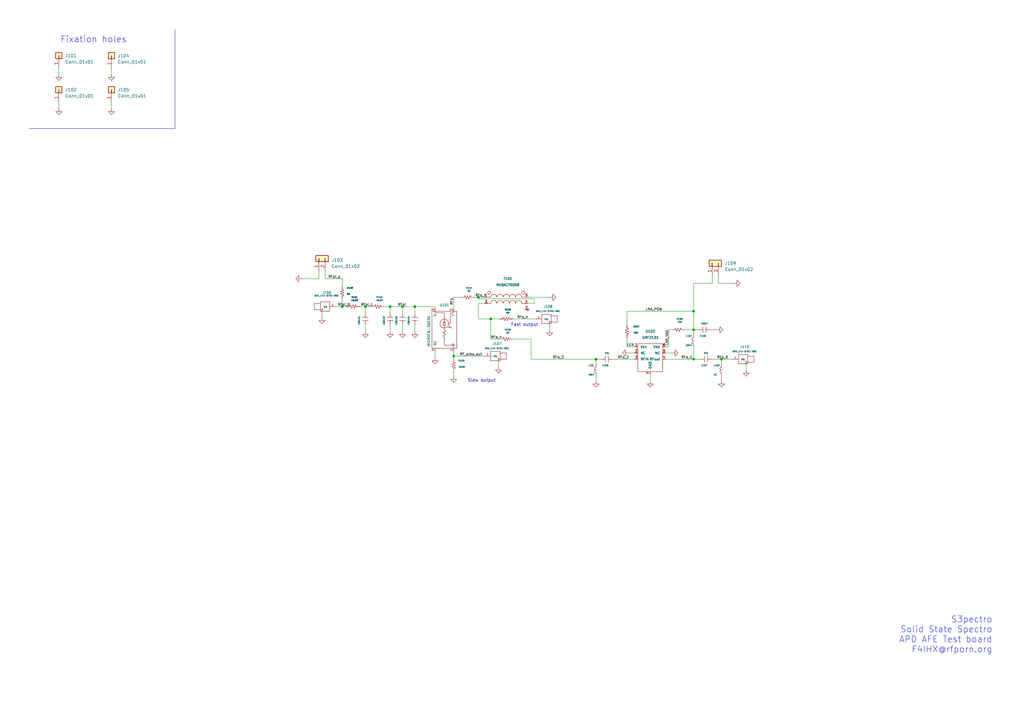
<source format=kicad_sch>
(kicad_sch (version 20230121) (generator eeschema)
  (paper "A3")
  (title_block (title "Solid State Spectrometer APD AFE") (date "2020-04-16") (rev "0.1"))
  (lib_symbols
    (symbol "AFE_Project-rescue:CAP_0402-passives" (pin_numbers hide) (pin_names (offset 0) hide)
      (property "Reference" "C" (at 0 -2.54 0))
      (property "Value" "passives_CAP_0402" (at 0 1.905 0))
      (symbol "CAP_0402-passives_0_1"
        (polyline (pts (xy -1.27 0) (xy -0.635 0)))
        (polyline (pts (xy -0.635 -1.27) (xy -0.635 1.27)))
        (polyline (pts (xy 0.635 -1.27) (xy 0.635 -0.635)))
        (polyline (pts (xy 0.635 0.635) (xy 0.635 -0.635)))
        (polyline (pts (xy 0.635 1.27) (xy 0.635 0.635)))
        (polyline (pts (xy 1.27 0) (xy 0.635 0)))
      )
      (symbol "CAP_0402-passives_1_1"
        (pin passive line (at -2.54 0 0) (length 1.27) (name "~") (number "1"))
        (pin passive line (at 2.54 0 180) (length 1.27) (name "~") (number "2"))
      )
    )
    (symbol "AFE_Project-rescue:GRF2133-GRF2133" (pin_names (offset 1.016))
      (property "Reference" "U" (at 0 5.08 0))
      (property "Value" "GRF2133_GRF2133" (at 0 6.35 0))
      (symbol "GRF2133-GRF2133_0_1"
        (rectangle (start -5.08 3.81) (end 5.08 -7.62))
      )
      (symbol "GRF2133-GRF2133_1_1"
        (pin input line (at -6.35 2.54 0) (length 1.27) (name "Ven") (number "1"))
        (pin input line (at -6.35 0 0) (length 1.27) (name "NC") (number "2"))
        (pin input line (at -6.35 -2.54 0) (length 1.27) (name "RFIN") (number "3"))
        (pin output line (at 6.35 -2.54 180) (length 1.27) (name "RFout") (number "4"))
        (pin input line (at 6.35 0 180) (length 1.27) (name "NC") (number "5"))
        (pin power_in line (at 6.35 2.54 180) (length 1.27) (name "Vdd") (number "6"))
        (pin power_in line (at 0 -8.89 90) (length 1.27) (name "GND") (number "7"))
      )
    )
    (symbol "AFE_Project-rescue:IND_0402-passives" (pin_numbers hide) (pin_names (offset 0) hide)
      (property "Reference" "L" (at 0 -2.54 0))
      (property "Value" "passives_IND_0402" (at 0 1.27 0))
      (symbol "IND_0402-passives_0_1"
        (arc (start 0 0) (mid -0.635 0.6323) (end -1.27 0))
        (arc (start 1.27 0) (mid 0.635 0.6323) (end 0 0))
      )
      (symbol "IND_0402-passives_1_1"
        (pin passive line (at -2.54 0 0) (length 1.27) (name "~") (number "1"))
        (pin passive line (at 2.54 0 180) (length 1.27) (name "~") (number "2"))
      )
    )
    (symbol "AFE_Project-rescue:MABACT0059-MABACT0059" (pin_names (offset 1.016))
      (property "Reference" "T" (at 0 3.81 0))
      (property "Value" "MABACT0059_MABACT0059" (at 0 5.08 0))
      (symbol "MABACT0059-MABACT0059_0_1"
        (circle (center -6.985 1.905) (radius 0.635))
        (arc (start -3.81 0) (mid -5.08 1.2645) (end -6.35 0))
        (arc (start -1.27 0) (mid -2.54 1.2645) (end -3.81 0))
        (polyline (pts (xy -7.62 -2.54) (xy -6.35 -2.54)))
        (polyline (pts (xy -7.62 0) (xy -6.35 0)))
        (polyline (pts (xy 6.35 -2.54) (xy 7.62 -2.54)))
        (polyline (pts (xy 7.62 0) (xy 6.35 0)))
        (arc (start 1.27 0) (mid 0 1.2645) (end -1.27 0))
        (arc (start 3.81 0) (mid 2.54 1.2645) (end 1.27 0))
        (arc (start 6.35 0) (mid 5.08 1.2645) (end 3.81 0))
        (circle (center 6.985 1.905) (radius 0.635))
      )
      (symbol "MABACT0059-MABACT0059_1_1"
        (arc (start -3.81 -2.54) (mid -5.08 -1.2755) (end -6.35 -2.54))
        (arc (start -1.27 -2.54) (mid -2.54 -1.2755) (end -3.81 -2.54))
        (arc (start 1.27 -2.54) (mid 0 -1.2755) (end -1.27 -2.54))
        (arc (start 3.81 -2.54) (mid 2.54 -1.2755) (end 1.27 -2.54))
        (arc (start 6.35 -2.54) (mid 5.08 -1.2755) (end 3.81 -2.54))
        (pin passive line (at -8.89 0 0) (length 1.27) (name "~") (number "1"))
        (pin no_connect line (at 8.89 -5.08 180) (length 1.27) (name "~") (number "2"))
        (pin passive line (at -8.89 -2.54 0) (length 1.27) (name "~") (number "3"))
        (pin passive line (at 8.89 -2.54 180) (length 1.27) (name "~") (number "4"))
        (pin passive line (at 8.89 0 180) (length 1.27) (name "~") (number "5"))
      )
    )
    (symbol "AFE_Project-rescue:MICROFB-30035-SiPM" (pin_names (offset 1.016))
      (property "Reference" "U" (at 0 6.35 0))
      (property "Value" "SiPM_MICROFB-30035" (at 0 7.62 0))
      (symbol "MICROFB-30035-SiPM_0_1"
        (rectangle (start -8.255 5.08) (end 6.985 -5.08))
        (circle (center -3.175 0) (radius 1.8034))
        (polyline (pts (xy -3.81 0.635) (xy -3.81 -0.635)))
        (polyline (pts (xy -1.905 1.905) (xy -1.905 2.54)))
        (polyline (pts (xy -1.27 3.175) (xy -1.905 1.905) (xy -1.27 1.905)))
        (polyline (pts (xy -8.255 -3.81) (xy -7.62 -3.81) (xy -7.62 0) (xy -3.81 0)))
        (polyline (pts (xy -3.81 0) (xy -2.54 0.635) (xy -2.54 -0.635) (xy -3.81 0)))
        (polyline (pts (xy -8.255 3.81) (xy -7.62 3.81) (xy -7.62 2.54) (xy -3.175 2.54) (xy -3.175 1.905)))
        (polyline (pts (xy -2.54 0) (xy -0.635 0) (xy 0 0.635) (xy 0.635 -0.635) (xy 1.27 0.635) (xy 1.905 -0.635) (xy 2.54 0) (xy 5.715 0) (xy 5.715 3.81) (xy 6.985 3.81)))
      )
      (symbol "MICROFB-30035-SiPM_1_1"
        (pin passive line (at 8.255 3.81 180) (length 1.27) (name "P") (number "1"))
        (pin passive line (at -9.525 3.81 0) (length 1.27) (name "F") (number "2"))
        (pin passive line (at -9.525 -3.81 0) (length 1.27) (name "N") (number "3"))
        (pin passive line (at 8.255 -3.81 180) (length 1.27) (name "NC") (number "4"))
      )
    )
    (symbol "AFE_Project-rescue:RES_0402-passives" (pin_numbers hide) (pin_names (offset 0) hide)
      (property "Reference" "R" (at 0 -2.54 0))
      (property "Value" "passives_RES_0402" (at 0 1.27 0))
      (symbol "RES_0402-passives_0_1"
        (polyline (pts (xy -1.27 0) (xy -1.016 0.762) (xy -0.508 -0.762) (xy 0 0.762) (xy 0.508 -0.762) (xy 1.016 0.762) (xy 1.27 0)))
      )
      (symbol "RES_0402-passives_1_1"
        (pin passive line (at -2.54 0 0) (length 1.27) (name "1") (number "1"))
        (pin passive line (at 2.54 0 180) (length 1.27) (name "2") (number "2"))
      )
    )
    (symbol "AFE_Project-rescue:SMA_142-0701-801-CINCH" (pin_names (offset 1.016))
      (property "Reference" "J" (at 0 5.08 0))
      (property "Value" "CINCH_SMA_142-0701-801" (at -0.635 2.54 0))
      (symbol "SMA_142-0701-801-CINCH_0_1"
        (rectangle (start -5.08 -1.27) (end -2.54 -1.27))
        (rectangle (start -5.08 1.27) (end -5.08 -1.27))
        (rectangle (start -2.54 -1.905) (end 1.27 -1.905))
        (rectangle (start -2.54 1.27) (end -5.08 1.27))
        (rectangle (start -2.54 1.905) (end -2.54 -1.905))
        (rectangle (start -2.54 1.905) (end 1.27 1.905))
        (rectangle (start 1.27 -1.905) (end 1.27 1.905))
      )
      (symbol "SMA_142-0701-801-CINCH_1_1"
        (pin passive line (at 3.81 0 180) (length 2.54) (name "sig") (number "1"))
        (pin power_in line (at -1.905 -1.905 0) (length 0) (name "~") (number "2"))
      )
    )
    (symbol "Connector_Generic:Conn_01x01" (pin_names (offset 1.016) hide)
      (property "Reference" "J" (at 0 2.54 0))
      (property "Value" "Conn_01x01" (at 0 -2.54 0))
      (symbol "Conn_01x01_1_1"
        (rectangle (start -1.27 0.127) (end 0 -0.127) (stroke (width 0.1524)))
        (rectangle (start -1.27 1.27) (end 1.27 -1.27) (stroke (width 0.254)) (fill (type background)))
        (pin passive line (at -5.08 0 0) (length 3.81) (name "Pin_1") (number "1"))
      )
    )
    (symbol "Connector_Generic:Conn_01x02" (pin_names (offset 1.016) hide)
      (property "Reference" "J" (at 0 2.54 0))
      (property "Value" "Conn_01x02" (at 0 -5.08 0))
      (symbol "Conn_01x02_1_1"
        (rectangle (start -1.27 -2.413) (end 0 -2.667) (stroke (width 0.1524)))
        (rectangle (start -1.27 0.127) (end 0 -0.127) (stroke (width 0.1524)))
        (rectangle (start -1.27 1.27) (end 1.27 -3.81) (stroke (width 0.254)) (fill (type background)))
        (pin passive line (at -5.08 0 0) (length 3.81) (name "Pin_1") (number "1"))
        (pin passive line (at -5.08 -2.54 0) (length 3.81) (name "Pin_2") (number "2"))
      )
    )
    (symbol "power:GND" (power) (pin_names (offset 0))
      (property "Value" "GND" (at 0 -3.81 0))
      (symbol "GND_0_1"
        (polyline (pts (xy 0 0) (xy 0 -1.27) (xy 1.27 -1.27) (xy 0 -2.54) (xy -1.27 -1.27) (xy 0 -1.27)))
      )
      (symbol "GND_1_1"
        (pin power_in line (at 0 0 270) (length 0) hide (name "GND") (number "1"))
      )
    )
  )
  (junction (at 160.02 125.73))
  (junction (at 201.295 130.81))
  (junction (at 170.18 125.73))
  (junction (at 284.48 147.32))
  (junction (at 165.1 125.73))
  (junction (at 284.48 135.255))
  (junction (at 244.475 147.32))
  (junction (at 196.215 121.92))
  (junction (at 140.335 125.73))
  (junction (at 149.86 125.73))
  (junction (at 295.91 147.32))
  (junction (at 284.48 127.635))
  (junction (at 186.055 146.05))
  (wire (pts (xy 219.075 124.46) (xy 219.075 122.555)))
  (wire (pts (xy 149.86 133.35) (xy 149.86 135.89)))
  (wire (pts (xy 160.02 133.35) (xy 160.02 135.89)))
  (polyline (pts (xy 71.755 52.705) (xy 71.755 12.065)))
  (wire (pts (xy 204.47 147.955) (xy 204.47 150.495)))
  (wire (pts (xy 186.055 126.365) (xy 186.055 121.92)))
  (wire (pts (xy 165.1 128.27) (xy 165.1 125.73)))
  (wire (pts (xy 147.32 125.73) (xy 149.86 125.73)))
  (wire (pts (xy 178.435 125.73) (xy 178.435 126.365)))
  (wire (pts (xy 273.05 142.24) (xy 274.32 142.24)))
  (wire (pts (xy 251.46 147.32) (xy 260.35 147.32)))
  (wire (pts (xy 306.07 149.225) (xy 306.07 151.765)))
  (wire (pts (xy 284.48 127.635) (xy 284.48 135.255)))
  (wire (pts (xy 295.91 156.21) (xy 295.91 154.305)))
  (wire (pts (xy 291.465 135.255) (xy 294.005 135.255)))
  (wire (pts (xy 257.81 144.78) (xy 260.35 144.78)))
  (wire (pts (xy 295.91 147.32) (xy 295.91 149.225)))
  (wire (pts (xy 292.1 116.205) (xy 292.1 113.03)))
  (wire (pts (xy 196.215 121.92) (xy 198.755 121.92)))
  (wire (pts (xy 217.805 147.32) (xy 244.475 147.32)))
  (wire (pts (xy 194.31 121.92) (xy 196.215 121.92)))
  (wire (pts (xy 257.175 138.43) (xy 257.175 142.24)))
  (wire (pts (xy 273.05 147.32) (xy 284.48 147.32)))
  (wire (pts (xy 45.72 41.91) (xy 45.72 44.45)))
  (wire (pts (xy 294.64 116.205) (xy 294.64 113.03)))
  (wire (pts (xy 257.175 133.35) (xy 257.175 127.635)))
  (wire (pts (xy 287.02 147.32) (xy 284.48 147.32)))
  (wire (pts (xy 170.18 128.27) (xy 170.18 125.73)))
  (wire (pts (xy 186.055 144.145) (xy 186.055 146.05)))
  (wire (pts (xy 210.185 130.81) (xy 219.71 130.81)))
  (wire (pts (xy 210.185 139.065) (xy 217.805 139.065)))
  (wire (pts (xy 196.215 122.555) (xy 196.215 121.92)))
  (wire (pts (xy 186.055 146.05) (xy 186.055 147.32)))
  (wire (pts (xy 186.055 152.4) (xy 186.055 154.305)))
  (wire (pts (xy 292.1 147.32) (xy 295.91 147.32)))
  (wire (pts (xy 201.295 139.065) (xy 201.295 130.81)))
  (wire (pts (xy 186.055 146.05) (xy 198.755 146.05)))
  (wire (pts (xy 140.335 125.73) (xy 142.24 125.73)))
  (wire (pts (xy 170.18 133.35) (xy 170.18 135.89)))
  (wire (pts (xy 140.335 114.3) (xy 140.335 117.475)))
  (wire (pts (xy 198.755 124.46) (xy 196.215 124.46)))
  (wire (pts (xy 284.48 116.205) (xy 284.48 127.635)))
  (wire (pts (xy 132.08 127.635) (xy 132.08 130.175)))
  (wire (pts (xy 149.86 128.27) (xy 149.86 125.73)))
  (wire (pts (xy 284.48 116.205) (xy 292.1 116.205)))
  (polyline (pts (xy 12.065 52.705) (xy 71.755 52.705)))
  (wire (pts (xy 123.825 114.3) (xy 130.81 114.3)))
  (wire (pts (xy 157.48 125.73) (xy 160.02 125.73)))
  (wire (pts (xy 284.48 135.255) (xy 286.385 135.255)))
  (wire (pts (xy 196.215 130.81) (xy 201.295 130.81)))
  (wire (pts (xy 149.86 125.73) (xy 152.4 125.73)))
  (wire (pts (xy 24.13 27.94) (xy 24.13 30.48)))
  (wire (pts (xy 274.32 142.24) (xy 274.32 135.255)))
  (wire (pts (xy 266.7 156.21) (xy 266.7 153.67)))
  (wire (pts (xy 284.48 135.255) (xy 284.48 137.16)))
  (wire (pts (xy 170.18 125.73) (xy 165.1 125.73)))
  (wire (pts (xy 225.425 132.715) (xy 225.425 135.255)))
  (wire (pts (xy 170.18 125.73) (xy 178.435 125.73)))
  (wire (pts (xy 165.1 125.73) (xy 160.02 125.73)))
  (wire (pts (xy 300.355 147.32) (xy 295.91 147.32)))
  (wire (pts (xy 275.59 144.78) (xy 273.05 144.78)))
  (wire (pts (xy 274.32 135.255) (xy 275.59 135.255)))
  (wire (pts (xy 130.81 114.3) (xy 130.81 111.125)))
  (wire (pts (xy 137.795 125.73) (xy 140.335 125.73)))
  (wire (pts (xy 160.02 128.27) (xy 160.02 125.73)))
  (wire (pts (xy 257.175 142.24) (xy 260.35 142.24)))
  (wire (pts (xy 140.335 122.555) (xy 140.335 125.73)))
  (wire (pts (xy 24.13 41.91) (xy 24.13 44.45)))
  (wire (pts (xy 165.1 133.35) (xy 165.1 135.89)))
  (wire (pts (xy 216.535 121.92) (xy 225.425 121.92)))
  (wire (pts (xy 284.48 147.32) (xy 284.48 142.24)))
  (wire (pts (xy 216.535 124.46) (xy 219.075 124.46)))
  (wire (pts (xy 244.475 156.21) (xy 244.475 154.305)))
  (wire (pts (xy 294.64 116.205) (xy 300.99 116.205)))
  (wire (pts (xy 196.215 124.46) (xy 196.215 130.81)))
  (wire (pts (xy 45.72 27.94) (xy 45.72 30.48)))
  (wire (pts (xy 280.67 135.255) (xy 284.48 135.255)))
  (wire (pts (xy 178.435 144.145) (xy 178.435 146.685)))
  (wire (pts (xy 205.105 139.065) (xy 201.295 139.065)))
  (wire (pts (xy 257.175 127.635) (xy 284.48 127.635)))
  (wire (pts (xy 217.805 139.065) (xy 217.805 147.32)))
  (wire (pts (xy 244.475 149.225) (xy 244.475 147.32)))
  (wire (pts (xy 186.055 121.92) (xy 189.23 121.92)))
  (wire (pts (xy 244.475 147.32) (xy 246.38 147.32)))
  (wire (pts (xy 133.35 114.3) (xy 133.35 111.125)))
  (wire (pts (xy 201.295 130.81) (xy 205.105 130.81)))
  (wire (pts (xy 133.35 114.3) (xy 140.335 114.3)))
  (wire (pts (xy 219.075 122.555) (xy 196.215 122.555)))
  (text "Fast output" (at 209.55 133.985 0) (effects (font (size 1.27 1.27)) (justify left bottom)))
  (text "Fixation holes" (at 24.765 17.78 0) (effects (font (size 2.54 2.54)) (justify left bottom)))
  (text "Slow output" (at 191.77 156.845 0) (effects (font (size 1.27 1.27)) (justify left bottom)))
  (text "S3pectro\nSolid State Spectro\nAPD AFE Test board\nF4IHX@rfporn.org" (at 407.035 267.97 0) (effects (font (size 2.54 2.54)) (justify right bottom)))
  (label "RF_slow_out" (at 188.595 146.05 0) (effects (font (size 0.9906 0.9906))))
  (label "LNA_Vdd" (at 274.32 141.605 90) (effects (font (size 0.9906 0.9906))))
  (label "RFo_t" (at 194.945 121.92 0) (effects (font (size 0.9906 0.9906))))
  (label "LNA_POW" (at 264.795 127.635 0) (effects (font (size 0.9906 0.9906))))
  (label "RFpi_1" (at 147.955 125.73 0) (effects (font (size 0.9906 0.9906))))
  (label "RFo_0" (at 294.005 147.32 0) (effects (font (size 0.9906 0.9906))))
  (label "RFo_2" (at 253.365 147.32 0) (effects (font (size 0.9906 0.9906))))
  (label "LEN" (at 257.175 142.24 0) (effects (font (size 0.9906 0.9906))))
  (label "RFpi_p" (at 134.62 114.3 0) (effects (font (size 0.9906 0.9906))))
  (label "RFo_4" (at 201.295 139.065 0) (effects (font (size 0.9906 0.9906))))
  (label "RFo_3" (at 226.695 147.32 0) (effects (font (size 0.9906 0.9906))))
  (label "RFo_1" (at 279.4 147.32 0) (effects (font (size 0.9906 0.9906))))
  (label "RFpi_0" (at 138.43 125.73 0) (effects (font (size 0.9906 0.9906))))
  (label "RFo" (at 186.055 125.095 90) (effects (font (size 0.9906 0.9906))))
  (label "RFo_n" (at 212.09 130.81 0) (effects (font (size 0.9906 0.9906))))
  (label "RFpi" (at 163.195 125.73 0) (effects (font (size 0.9906 0.9906))))
  (symbol (lib_id "AFE_Project-rescue:MICROFB-30035-SiPM") (at 182.245 135.89 270) (unit 1)
    (property "Reference" "U101" (at 182.245 125.095 90) (effects (font (size 0.9906 0.9906))))
    (property "Value" "MICROFB-30035" (at 175.895 135.89 0) (effects (font (size 0.9906 0.9906))))
    (property "Footprint" "Opto:MicroFC-30035-SMT" (effects hide))
  )
  (symbol (lib_id "AFE_Project-rescue:CAP_0402-passives") (at 170.18 130.81 90) (unit 1)
    (property "Reference" "C104" (at 167.64 129.54 0) (effects (font (size 0.635 0.635)) (justify right)))
    (property "Value" "10n" (at 167.64 131.445 0) (effects (font (size 0.635 0.635)) (justify right)))
    (property "Footprint" "SM0402" (effects hide))
  )
  (symbol (lib_id "power:GND") (at 170.18 135.89 0) (unit 1)
    (property "Reference" "#PWR0101" (effects hide))
    (property "Value" "GND" (effects hide))
  )
  (symbol (lib_id "power:GND") (at 178.435 146.685 0) (unit 1)
    (property "Reference" "#PWR0102" (effects hide))
    (property "Value" "GND" (effects hide))
  )
  (symbol (lib_id "AFE_Project-rescue:CAP_0402-passives") (at 165.1 130.81 90) (unit 1)
    (property "Reference" "C103" (at 162.56 129.54 0) (effects (font (size 0.635 0.635)) (justify right)))
    (property "Value" "10n" (at 162.56 131.445 0) (effects (font (size 0.635 0.635)) (justify right)))
    (property "Footprint" "SM0402" (effects hide))
  )
  (symbol (lib_id "power:GND") (at 165.1 135.89 0) (unit 1)
    (property "Reference" "#PWR0103" (effects hide))
    (property "Value" "GND" (effects hide))
  )
  (symbol (lib_id "AFE_Project-rescue:CAP_0402-passives") (at 160.02 130.81 90) (unit 1)
    (property "Reference" "C102" (at 157.48 129.54 0) (effects (font (size 0.635 0.635)) (justify right)))
    (property "Value" "10n" (at 157.48 131.445 0) (effects (font (size 0.635 0.635)) (justify right)))
    (property "Footprint" "SM0402" (effects hide))
  )
  (symbol (lib_id "power:GND") (at 160.02 135.89 0) (unit 1)
    (property "Reference" "#PWR0104" (effects hide))
    (property "Value" "GND" (effects hide))
  )
  (symbol (lib_id "AFE_Project-rescue:RES_0402-passives") (at 154.94 125.73 0) (unit 1)
    (property "Reference" "R102" (at 155.575 121.92 0) (effects (font (size 0.635 0.635))))
    (property "Value" "49.9R" (at 155.575 123.19 0) (effects (font (size 0.635 0.635))))
    (property "Footprint" "SM0402" (effects hide))
  )
  (symbol (lib_id "AFE_Project-rescue:CAP_0402-passives") (at 149.86 130.81 90) (unit 1)
    (property "Reference" "C101" (at 147.32 129.54 0) (effects (font (size 0.635 0.635)) (justify right)))
    (property "Value" "10n" (at 147.32 131.445 0) (effects (font (size 0.635 0.635)) (justify right)))
    (property "Footprint" "SM0402" (effects hide))
  )
  (symbol (lib_id "power:GND") (at 149.86 135.89 0) (unit 1)
    (property "Reference" "#PWR0105" (effects hide))
    (property "Value" "GND" (effects hide))
  )
  (symbol (lib_id "AFE_Project-rescue:RES_0402-passives") (at 144.78 125.73 0) (unit 1)
    (property "Reference" "R101" (at 145.415 121.92 0) (effects (font (size 0.635 0.635))))
    (property "Value" "49.9R" (at 145.415 123.19 0) (effects (font (size 0.635 0.635))))
    (property "Footprint" "SM0402" (effects hide))
  )
  (symbol (lib_id "AFE_Project-rescue:SMA_142-0701-801-CINCH") (at 133.985 125.73 0) (unit 1)
    (property "Reference" "J106" (at 133.985 120.015 0) (effects (font (size 0.9906 0.9906))))
    (property "Value" "SMA_142-0701-801" (at 133.985 121.285 0) (effects (font (size 0.635 0.635))))
    (property "Footprint" "Connectors_RF:CINCH_142-0701-801" (effects hide))
    (property "PCB_Thick" "1.73" (effects hide))
    (property "Width" "9.52" (effects hide))
    (property "SKU" " 530-142-0701-801" (effects hide))
    (property "Vendor" "MOUSER" (effects hide))
  )
  (symbol (lib_id "power:GND") (at 132.08 130.175 0) (unit 1)
    (property "Reference" "#PWR0106" (effects hide))
    (property "Value" "GND" (effects hide))
  )
  (symbol (lib_id "AFE_Project-rescue:RES_0402-passives") (at 186.055 149.86 270) (unit 1)
    (property "Reference" "R103" (at 187.96 147.955 90) (effects (font (size 0.635 0.635)) (justify left)))
    (property "Value" "49.9R" (at 187.96 150.495 90) (effects (font (size 0.635 0.635)) (justify left)))
    (property "Footprint" "SM0402" (effects hide))
  )
  (symbol (lib_id "power:GND") (at 186.055 154.305 0) (unit 1)
    (property "Reference" "#PWR0107" (effects hide))
    (property "Value" "GND" (effects hide))
  )
  (symbol (lib_id "AFE_Project-rescue:SMA_142-0701-801-CINCH") (at 202.565 146.05 0) (mirror y) (unit 1)
    (property "Reference" "J107" (at 203.835 140.97 0) (effects (font (size 0.9906 0.9906))))
    (property "Value" "SMA_142-0701-801" (at 203.835 142.875 0) (effects (font (size 0.635 0.635))))
    (property "Footprint" "Connectors_RF:CINCH_142-0701-801" (effects hide))
    (property "PCB_Thick" "1.73" (effects hide))
    (property "Width" "9.52" (effects hide))
    (property "SKU" " 530-142-0701-801" (effects hide))
    (property "Vendor" "MOUSER" (effects hide))
  )
  (symbol (lib_id "power:GND") (at 204.47 150.495 0) (mirror y) (unit 1)
    (property "Reference" "#PWR0108" (effects hide))
    (property "Value" "GND" (effects hide))
  )
  (symbol (lib_id "AFE_Project-rescue:MABACT0059-MABACT0059") (at 207.645 121.92 0) (unit 1)
    (property "Reference" "T101" (at 208.28 114.3 0) (effects (font (size 0.9906 0.9906))))
    (property "Value" "MABACT0059" (at 208.28 116.84 0) (effects (font (size 0.9906 0.9906))))
    (property "Footprint" "Macom:MABACT0059" (effects hide))
  )
  (symbol (lib_id "AFE_Project-rescue:RES_0402-passives") (at 191.77 121.92 0) (unit 1)
    (property "Reference" "R104" (at 192.405 118.11 0) (effects (font (size 0.635 0.635))))
    (property "Value" "0R" (at 192.405 119.38 0) (effects (font (size 0.635 0.635))))
    (property "Footprint" "SM0402" (effects hide))
  )
  (symbol (lib_id "AFE_Project-rescue:RES_0402-passives") (at 207.645 130.81 0) (unit 1)
    (property "Reference" "R105" (at 208.28 127 0) (effects (font (size 0.635 0.635))))
    (property "Value" "0R" (at 208.28 128.27 0) (effects (font (size 0.635 0.635))))
    (property "Footprint" "SM0402" (effects hide))
  )
  (symbol (lib_id "AFE_Project-rescue:SMA_142-0701-801-CINCH") (at 223.52 130.81 0) (mirror y) (unit 1)
    (property "Reference" "J108" (at 224.79 125.73 0) (effects (font (size 0.9906 0.9906))))
    (property "Value" "SMA_142-0701-801" (at 224.79 127.635 0) (effects (font (size 0.635 0.635))))
    (property "Footprint" "Connectors_RF:CINCH_142-0701-801" (effects hide))
    (property "PCB_Thick" "1.73" (effects hide))
    (property "Width" "9.52" (effects hide))
    (property "SKU" " 530-142-0701-801" (effects hide))
    (property "Vendor" "MOUSER" (effects hide))
  )
  (symbol (lib_id "power:GND") (at 225.425 135.255 0) (mirror y) (unit 1)
    (property "Reference" "#PWR0109" (effects hide))
    (property "Value" "GND" (effects hide))
  )
  (symbol (lib_id "power:GND") (at 225.425 121.92 90) (mirror x) (unit 1)
    (property "Reference" "#PWR0110" (effects hide))
    (property "Value" "GND" (effects hide))
  )
  (symbol (lib_id "AFE_Project-rescue:RES_0402-passives") (at 207.645 139.065 0) (unit 1)
    (property "Reference" "R106" (at 208.28 135.255 0) (effects (font (size 0.635 0.635))))
    (property "Value" "0R" (at 208.28 136.525 0) (effects (font (size 0.635 0.635))))
    (property "Footprint" "SM0402" (effects hide))
  )
  (symbol (lib_id "AFE_Project-rescue:GRF2133-GRF2133") (at 266.7 144.78 0) (unit 1)
    (property "Reference" "U102" (at 266.7 135.89 0) (effects (font (size 0.9906 0.9906))))
    (property "Value" "GRF2133" (at 266.7 138.43 0) (effects (font (size 0.9906 0.9906))))
    (property "Footprint" "QFN:DFN-6_EP_1.5x1.5_Pitch0.5mm" (effects hide))
  )
  (symbol (lib_id "power:GND") (at 257.81 144.78 270) (unit 1)
    (property "Reference" "#PWR0111" (effects hide))
    (property "Value" "GND" (effects hide))
  )
  (symbol (lib_id "power:GND") (at 275.59 144.78 90) (unit 1)
    (property "Reference" "#PWR0112" (effects hide))
    (property "Value" "GND" (effects hide))
  )
  (symbol (lib_id "power:GND") (at 266.7 156.21 0) (unit 1)
    (property "Reference" "#PWR0113" (effects hide))
    (property "Value" "GND" (effects hide))
  )
  (symbol (lib_id "AFE_Project-rescue:CAP_0402-passives") (at 248.92 147.32 0) (unit 1)
    (property "Reference" "C105" (at 248.285 149.86 0) (effects (font (size 0.635 0.635))))
    (property "Value" "33p" (at 248.92 144.78 0) (effects (font (size 0.635 0.635))))
    (property "Footprint" "SM0402" (effects hide))
  )
  (symbol (lib_id "AFE_Project-rescue:IND_0402-passives") (at 244.475 151.765 90) (unit 1)
    (property "Reference" "L101" (at 241.3 149.86 90) (effects (font (size 0.635 0.635)) (justify right)))
    (property "Value" "18nH" (at 241.3 153.67 90) (effects (font (size 0.635 0.635)) (justify right)))
    (property "Footprint" "SM0402" (effects hide))
  )
  (symbol (lib_id "power:GND") (at 244.475 156.21 0) (unit 1)
    (property "Reference" "#PWR0114" (effects hide))
    (property "Value" "GND" (effects hide))
  )
  (symbol (lib_id "AFE_Project-rescue:IND_0402-passives") (at 284.48 139.7 90) (unit 1)
    (property "Reference" "L102" (at 281.305 137.795 90) (effects (font (size 0.635 0.635)) (justify right)))
    (property "Value" "33nH" (at 281.305 141.605 90) (effects (font (size 0.635 0.635)) (justify right)))
    (property "Footprint" "SM0402" (effects hide))
  )
  (symbol (lib_id "AFE_Project-rescue:RES_0402-passives") (at 278.13 135.255 0) (unit 1)
    (property "Reference" "R108" (at 278.765 130.81 0) (effects (font (size 0.635 0.635))))
    (property "Value" "75R" (at 278.765 132.08 0) (effects (font (size 0.635 0.635))))
    (property "Footprint" "SM0402" (effects hide))
  )
  (symbol (lib_id "AFE_Project-rescue:CAP_0402-passives") (at 288.925 135.255 0) (unit 1)
    (property "Reference" "C106" (at 288.29 137.795 0) (effects (font (size 0.635 0.635))))
    (property "Value" "100nF" (at 288.925 132.715 0) (effects (font (size 0.635 0.635))))
    (property "Footprint" "SM0402" (effects hide))
  )
  (symbol (lib_id "power:GND") (at 294.005 135.255 90) (unit 1)
    (property "Reference" "#PWR0115" (effects hide))
    (property "Value" "GND" (effects hide))
  )
  (symbol (lib_id "AFE_Project-rescue:RES_0402-passives") (at 257.175 135.89 270) (unit 1)
    (property "Reference" "R107" (at 259.715 133.985 90) (effects (font (size 0.635 0.635)) (justify left)))
    (property "Value" "75R" (at 259.715 136.525 90) (effects (font (size 0.635 0.635)) (justify left)))
    (property "Footprint" "SM0402" (effects hide))
  )
  (symbol (lib_id "power:GND") (at 123.825 114.3 270) (unit 1)
    (property "Reference" "#PWR0116" (effects hide))
    (property "Value" "GND" (effects hide))
  )
  (symbol (lib_id "power:GND") (at 300.99 116.205 90) (mirror x) (unit 1)
    (property "Reference" "#PWR0117" (effects hide))
    (property "Value" "GND" (effects hide))
  )
  (symbol (lib_id "AFE_Project-rescue:CAP_0402-passives") (at 289.56 147.32 0) (unit 1)
    (property "Reference" "C107" (at 288.925 149.86 0) (effects (font (size 0.635 0.635))))
    (property "Value" "33p" (at 289.56 144.78 0) (effects (font (size 0.635 0.635))))
    (property "Footprint" "SM0402" (effects hide))
  )
  (symbol (lib_id "AFE_Project-rescue:IND_0402-passives") (at 295.91 151.765 90) (unit 1)
    (property "Reference" "L103" (at 292.735 149.86 90) (effects (font (size 0.635 0.635)) (justify right)))
    (property "Value" "NC" (at 292.735 153.67 90) (effects (font (size 0.635 0.635)) (justify right)))
    (property "Footprint" "SM0402" (effects hide))
  )
  (symbol (lib_id "power:GND") (at 295.91 156.21 0) (unit 1)
    (property "Reference" "#PWR0118" (effects hide))
    (property "Value" "GND" (effects hide))
  )
  (symbol (lib_id "AFE_Project-rescue:SMA_142-0701-801-CINCH") (at 304.165 147.32 0) (mirror y) (unit 1)
    (property "Reference" "J110" (at 305.435 142.24 0) (effects (font (size 0.9906 0.9906))))
    (property "Value" "SMA_142-0701-801" (at 305.435 144.145 0) (effects (font (size 0.635 0.635))))
    (property "Footprint" "Connectors_RF:CINCH_142-0701-801" (effects hide))
    (property "PCB_Thick" "1.73" (effects hide))
    (property "Width" "9.52" (effects hide))
    (property "SKU" " 530-142-0701-801" (effects hide))
    (property "Vendor" "MOUSER" (effects hide))
  )
  (symbol (lib_id "power:GND") (at 306.07 151.765 0) (mirror y) (unit 1)
    (property "Reference" "#PWR0119" (effects hide))
    (property "Value" "GND" (effects hide))
  )
  (symbol (lib_id "Connector_Generic:Conn_01x01") (at 24.13 22.86 90) (unit 1)
    (property "Reference" "J101" (at 26.67 22.86 90) (effects (justify right)))
    (property "Value" "Conn_01x01" (at 26.67 25.4 90) (effects (justify right)))
    (property "Footprint" "Mounting_Holes:3.45MM_NOTPLATED" (effects hide))
  )
  (symbol (lib_id "power:GND") (at 24.13 30.48 0) (unit 1)
    (property "Reference" "#PWR0120" (effects hide))
    (property "Value" "GND" (effects hide))
  )
  (symbol (lib_id "Connector_Generic:Conn_01x01") (at 24.13 36.83 90) (unit 1)
    (property "Reference" "J102" (at 26.67 36.83 90) (effects (justify right)))
    (property "Value" "Conn_01x01" (at 26.67 39.37 90) (effects (justify right)))
    (property "Footprint" "Mounting_Holes:3.45MM_NOTPLATED" (effects hide))
  )
  (symbol (lib_id "power:GND") (at 24.13 44.45 0) (unit 1)
    (property "Reference" "#PWR0121" (effects hide))
    (property "Value" "GND" (effects hide))
  )
  (symbol (lib_id "Connector_Generic:Conn_01x01") (at 45.72 22.86 90) (unit 1)
    (property "Reference" "J104" (at 48.26 22.86 90) (effects (justify right)))
    (property "Value" "Conn_01x01" (at 48.26 25.4 90) (effects (justify right)))
    (property "Footprint" "Mounting_Holes:3.45MM_NOTPLATED" (effects hide))
  )
  (symbol (lib_id "power:GND") (at 45.72 30.48 0) (unit 1)
    (property "Reference" "#PWR0122" (effects hide))
    (property "Value" "GND" (effects hide))
  )
  (symbol (lib_id "Connector_Generic:Conn_01x01") (at 45.72 36.83 90) (unit 1)
    (property "Reference" "J105" (at 48.26 36.83 90) (effects (justify right)))
    (property "Value" "Conn_01x01" (at 48.26 39.37 90) (effects (justify right)))
    (property "Footprint" "Mounting_Holes:3.45MM_NOTPLATED" (effects hide))
  )
  (symbol (lib_id "power:GND") (at 45.72 44.45 0) (unit 1)
    (property "Reference" "#PWR0123" (effects hide))
    (property "Value" "GND" (effects hide))
  )
  (symbol (lib_id "Connector_Generic:Conn_01x02") (at 130.81 106.045 90) (unit 1)
    (property "Reference" "J103" (at 135.89 106.68 90) (effects (justify right)))
    (property "Value" "Conn_01x02" (at 135.89 109.22 90) (effects (justify right)))
    (property "Footprint" "Connectors_254mm:pin_array_2x1" (effects hide))
  )
  (symbol (lib_id "Connector_Generic:Conn_01x02") (at 292.1 107.95 90) (unit 1)
    (property "Reference" "J109" (at 297.18 107.95 90) (effects (justify right)))
    (property "Value" "Conn_01x02" (at 297.18 110.49 90) (effects (justify right)))
    (property "Footprint" "Connectors_254mm:pin_array_2x1" (effects hide))
  )
  (symbol (lib_id "AFE_Project-rescue:RES_0402-passives") (at 140.335 120.015 270) (unit 1)
    (property "Reference" "R109" (at 142.24 118.11 90) (effects (font (size 0.635 0.635)) (justify left)))
    (property "Value" "0R" (at 142.24 120.65 90) (effects (font (size 0.635 0.635)) (justify left)))
    (property "Footprint" "SM0402" (effects hide))
  )
)
</source>
